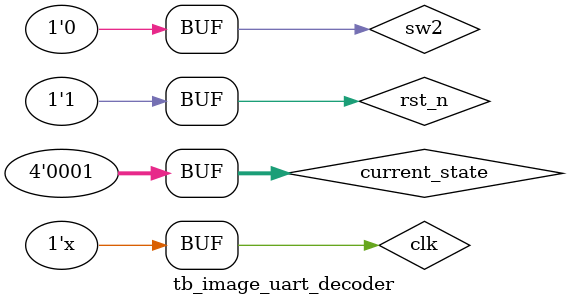
<source format=sv>
`timescale 1ns/100ps
module tb_image_uart_decoder;

 logic         clk              ;
 logic         rst_n            ;
 logic [14:0]  bram_addr_start  ;
 logic         bram_addr_vld    ;
 
logic [3:0] current_state;
assign current_state = 4'd1;
logic sw2;

initial begin
clk   = 1'b1;
rst_n = 1'b0;
sw2 = 1'b0;
#200 rst_n = 1'b1;
#200 sw2 = 1'b1;
#300 sw2 = 1'b0;

end
always#2.5 clk = ~clk;

logic send_en;
logic [7:0]send_data;


uart_send_output_1000_sv u_uart_send1(
.   clk           (clk),
.   rst_n         (rst_n),
.   current_state (current_state),
.   sw2           (sw2),
.   send_en       (send_en),                   //·¢ËÍÊ¹ÄÜÐÅºÅ
.   send_data     (send_data)             //´ý·¢ËÍÊý¾Ý
);
 
    
image_uart_decoder u_image_uart_decoder(
.clk             (clk            ),
.rst_n           (rst_n          ),
.recv_done       (send_en        ),
.recv_data       (send_data      ),
.bram_addr_start (bram_addr_start),
.bram_addr_vld   (bram_addr_vld  )
);
endmodule

</source>
